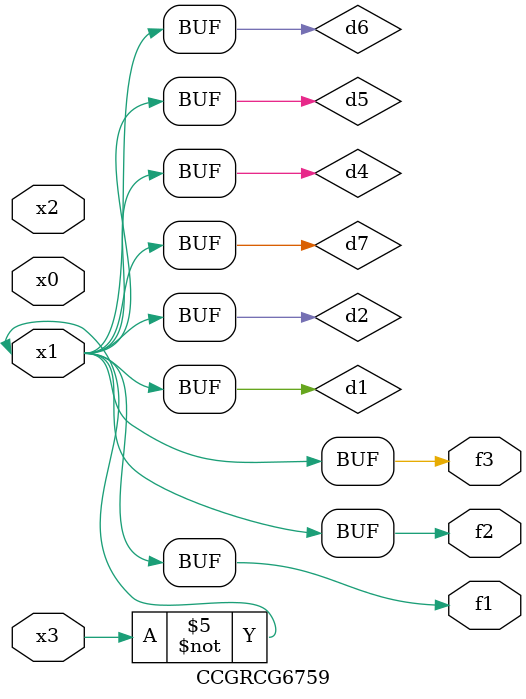
<source format=v>
module CCGRCG6759(
	input x0, x1, x2, x3,
	output f1, f2, f3
);

	wire d1, d2, d3, d4, d5, d6, d7;

	not (d1, x3);
	buf (d2, x1);
	xnor (d3, d1, d2);
	nor (d4, d1);
	buf (d5, d1, d2);
	buf (d6, d4, d5);
	nand (d7, d4);
	assign f1 = d6;
	assign f2 = d7;
	assign f3 = d6;
endmodule

</source>
